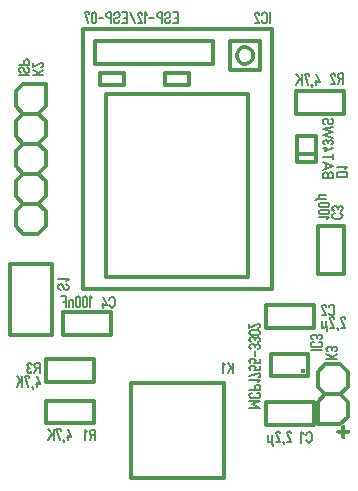
<source format=gbo>
%FSLAX35Y35*%
%MOIN*%
%IN7=Bestueckungsdruckunten(X.PosiBot)*%
%ADD10C,0.00197*%
%ADD11C,0.00205*%
%ADD12C,0.00256*%
%ADD13C,0.00500*%
%ADD14C,0.00512*%
%ADD15C,0.00591*%
%ADD16C,0.00768*%
%ADD17C,0.00787*%
%ADD18C,0.01181*%
%ADD19C,0.01575*%
%ADD20C,0.01969*%
%ADD21C,0.02362*%
%ADD22C,0.03150*%
%ADD23C,0.09843*%
%AMR_24*21,1,0.01181,0.01181,0,0,0.000*%
%ADD24R_24*%
%AMR_25*21,1,0.01969,0.01969,0,0,0.000*%
%ADD25R_25*%
%AMR_26*21,1,0.02756,0.04331,0,0,90.000*%
%ADD26R_26*%
%AMR_27*21,1,0.02953,0.04331,0,0,90.000*%
%ADD27R_27*%
%AMR_28*21,1,0.03150,0.04331,0,0,0.000*%
%ADD28R_28*%
%AMR_29*21,1,0.03150,0.04331,0,0,90.000*%
%ADD29R_29*%
%AMR_30*21,1,0.03150,0.04331,0,0,270.000*%
%ADD30R_30*%
%AMR_31*21,1,0.03543,0.04331,0,0,90.000*%
%ADD31R_31*%
%AMR_32*21,1,0.04724,0.04724,0,0,270.000*%
%ADD32R_32*%
%AMR_33*21,1,0.04724,0.07087,0,0,90.000*%
%ADD33R_33*%
%AMR_34*21,1,0.05000,0.02500,0,0,0.000*%
%ADD34R_34*%
%AMR_35*21,1,0.05512,0.05512,0,0,0.000*%
%ADD35R_35*%
%AMR_36*21,1,0.05512,0.05512,0,0,180.000*%
%ADD36R_36*%
%AMR_37*21,1,0.06250,0.06250,0,0,0.000*%
%ADD37R_37*%
%AMR_38*21,1,0.06693,0.04724,0,0,270.000*%
%ADD38R_38*%
%AMR_39*21,1,0.07500,0.07500,0,0,0.000*%
%ADD39R_39*%
%AMR_40*21,1,0.10236,0.05512,0,0,90.000*%
%ADD40R_40*%
%AMR_41*21,1,0.13189,0.07874,0,0,270.000*%
%ADD41R_41*%
%AMR_42*21,1,0.15625,0.15625,0,0,0.000*%
%ADD42R_42*%
%AMR_43*21,1,0.16250,0.19685,0,0,0.000*%
%ADD43R_43*%
%AMR_44*21,1,0.19685,0.19685,0,0,0.000*%
%ADD44R_44*%
%AMOCT_45*4,1,8,0.019685,0.013780,0.009843,0.023622,-0.009843,0.023622,-0.019685,0.013780,-0.019685,-0.013780,-0.009843,-0.023622,0.009843,-0.023622,0.019685,-0.013780,0.019685,0.013780,0.000*%
%ADD45OCT_45*%
%AMOCT_46*4,1,8,0.023622,0.009843,0.013780,0.019685,-0.013780,0.019685,-0.023622,0.009843,-0.023622,-0.009843,-0.013780,-0.019685,0.013780,-0.019685,0.023622,-0.009843,0.023622,0.009843,0.000*%
%ADD46OCT_46*%
%AMOCT_47*4,1,8,0.023622,0.011811,0.011811,0.023622,-0.011811,0.023622,-0.023622,0.011811,-0.023622,-0.011811,-0.011811,-0.023622,0.011811,-0.023622,0.023622,-0.011811,0.023622,0.011811,0.000*%
%ADD47OCT_47*%
%AMOCT_48*4,1,8,0.035433,0.017717,0.017717,0.035433,-0.017717,0.035433,-0.035433,0.017717,-0.035433,-0.017717,-0.017717,-0.035433,0.017717,-0.035433,0.035433,-0.017717,0.035433,0.017717,90.000*%
%ADD48OCT_48*%
%AMOCT_49*4,1,8,0.035433,0.017717,0.017717,0.035433,-0.017717,0.035433,-0.035433,0.017717,-0.035433,-0.017717,-0.017717,-0.035433,0.017717,-0.035433,0.035433,-0.017717,0.035433,0.017717,270.000*%
%ADD49OCT_49*%
%AMRR_50*21,1,0.01969,0.09843,0,0,180.000*21,1,0.01575,0.10236,0,0,180.000*1,1,0.00394,-0.00787,-0.04921*1,1,0.00394,0.00787,0.04921*1,1,0.00394,-0.00787,0.04921*1,1,0.00394,0.00787,-0.04921*%
%ADD50RR_50*%
%AMRR_51*21,1,0.02756,0.04173,0,0,180.000*21,1,0.02205,0.04724,0,0,180.000*1,1,0.00551,-0.01102,-0.02087*1,1,0.00551,0.01102,0.02087*1,1,0.00551,-0.01102,0.02087*1,1,0.00551,0.01102,-0.02087*%
%ADD51RR_51*%
%AMRR_52*21,1,0.02756,0.03346,0,0,180.000*21,1,0.01378,0.04724,0,0,180.000*1,1,0.01378,-0.00689,-0.01673*1,1,0.01378,0.00689,0.01673*1,1,0.01378,-0.00689,0.01673*1,1,0.01378,0.00689,-0.01673*%
%ADD52RR_52*%
%AMRR_53*21,1,0.07087,0.05669,0,0,90.000*21,1,0.05669,0.07087,0,0,90.000*1,1,0.01417,-0.02835,0.02835*1,1,0.01417,0.02835,-0.02835*1,1,0.01417,0.02835,0.02835*1,1,0.01417,-0.02835,-0.02835*%
%ADD53RR_53*%
%AMRR_54*21,1,0.07087,0.05669,0,0,270.000*21,1,0.05669,0.07087,0,0,270.000*1,1,0.01417,0.02835,-0.02835*1,1,0.01417,-0.02835,0.02835*1,1,0.01417,-0.02835,-0.02835*1,1,0.01417,0.02835,0.02835*%
%ADD54RR_54*%
%AMRR_55*21,1,0.08268,0.08583,0,0,180.000*21,1,0.06614,0.10236,0,0,180.000*1,1,0.01654,-0.03307,-0.04291*1,1,0.01654,0.03307,0.04291*1,1,0.01654,-0.03307,0.04291*1,1,0.01654,0.03307,-0.04291*%
%ADD55RR_55*%
%AMRR_56*21,1,0.08500,0.03400,0,0,0.000*21,1,0.07650,0.04250,0,0,0.000*1,1,0.00850,0.03825,0.01700*1,1,0.00850,-0.03825,-0.01700*1,1,0.00850,0.03825,-0.01700*1,1,0.00850,-0.03825,0.01700*%
%ADD56RR_56*%
%AMRR_57*21,1,0.10000,0.04000,0,0,0.000*21,1,0.09000,0.05000,0,0,0.000*1,1,0.01000,0.04500,0.02000*1,1,0.01000,-0.04500,-0.02000*1,1,0.01000,0.04500,-0.02000*1,1,0.01000,-0.04500,0.02000*%
%ADD57RR_57*%
%AMRR_58*21,1,0.10236,0.02756,0,0,90.000*21,1,0.07480,0.05512,0,0,90.000*1,1,0.02756,-0.01378,0.03740*1,1,0.02756,0.01378,-0.03740*1,1,0.02756,0.01378,0.03740*1,1,0.02756,-0.01378,-0.03740*%
%ADD58RR_58*%
G54D10*
X115730Y15831D02*
X112187Y15831D01*
X111895Y15710D01*
X111774Y15418D01*
X111895Y15126D01*
X112187Y15004D01*
X115730Y15004D01*
X116023Y15126D01*
X116144Y15418D01*
X116023Y15710D01*
X115730Y15831D01*
X111880Y15162D02*
X116038Y15162D01*
X111814Y15319D02*
X116103Y15319D01*
X111798Y15477D02*
X116119Y15477D01*
X111863Y15634D02*
X116054Y15634D01*
X112092Y15792D02*
X115825Y15792D01*
X114333Y13607D02*
X114333Y17229D01*
X114212Y17521D01*
X113919Y17642D01*
X113627Y17521D01*
X113506Y17229D01*
X113506Y13607D01*
X113627Y13314D01*
X113919Y13193D01*
X114212Y13314D01*
X114333Y13607D01*
X113612Y13351D02*
X114227Y13351D01*
X113547Y13508D02*
X114292Y13508D01*
X113506Y13666D02*
X114333Y13666D01*
X113506Y13823D02*
X114333Y13823D01*
X113506Y13981D02*
X114333Y13981D01*
X113506Y14138D02*
X114333Y14138D01*
X113506Y14296D02*
X114333Y14296D01*
X113506Y14453D02*
X114333Y14453D01*
X113506Y14611D02*
X114333Y14611D01*
X113506Y14768D02*
X114333Y14768D01*
X113506Y14926D02*
X114333Y14926D01*
X113506Y15083D02*
X114333Y15083D01*
X113506Y15241D02*
X114333Y15241D01*
X113506Y15398D02*
X114333Y15398D01*
X113506Y15556D02*
X114333Y15556D01*
X113506Y15713D02*
X114333Y15713D01*
X113506Y15871D02*
X114333Y15871D01*
X113506Y16028D02*
X114333Y16028D01*
X113506Y16186D02*
X114333Y16186D01*
X113506Y16343D02*
X114333Y16343D01*
X113506Y16500D02*
X114333Y16500D01*
X113506Y16658D02*
X114333Y16658D01*
X113506Y16815D02*
X114333Y16815D01*
X113506Y16973D02*
X114333Y16973D01*
X113506Y17130D02*
X114333Y17130D01*
X113530Y17288D02*
X114308Y17288D01*
X113596Y17445D02*
X114243Y17445D01*
X113824Y17603D02*
X114014Y17603D01*
G54D14*
X89557Y151505D02*
X89557Y155049D01*
X88671Y154183D02*
X88552Y154625D01*
X88228Y154950D01*
X87785Y155068D01*
X87342Y154950D01*
X87018Y154625D01*
X86899Y154183D01*
X88651Y154183D02*
X88651Y152372D01*
X86899Y152372D02*
X87018Y151929D01*
X87342Y151604D01*
X87785Y151486D01*
X88228Y151604D01*
X88552Y151929D01*
X88671Y152372D01*
X85974Y154340D02*
X85879Y154694D01*
X85620Y154954D01*
X85265Y155049D01*
X84911Y154954D01*
X84652Y154694D01*
X84557Y154340D01*
X85974Y151505D01*
X84557Y151505D01*
X57317Y155049D02*
X59089Y155049D01*
X59089Y153277D01*
X57869Y153277D01*
X59089Y153277D02*
X59089Y151505D01*
X57317Y151505D01*
X55546Y153277D02*
X55957Y153376D01*
X56278Y153650D01*
X56440Y154041D01*
X56407Y154462D01*
X56186Y154823D01*
X55826Y155044D01*
X55404Y155077D01*
X55014Y154915D01*
X54739Y154594D01*
X54640Y154183D01*
X55546Y153277D02*
X55100Y153168D01*
X54769Y152851D01*
X54641Y152411D01*
X54750Y151966D01*
X55066Y151634D01*
X55507Y151506D01*
X55952Y151615D01*
X56283Y151931D01*
X56412Y152372D01*
X53735Y151505D02*
X53735Y153277D01*
X52869Y153277D01*
X52869Y155068D02*
X52426Y154950D01*
X52101Y154625D01*
X51983Y154183D01*
X52101Y153740D01*
X52426Y153415D01*
X52869Y153297D01*
X52869Y155049D02*
X53735Y155049D01*
X53735Y153277D01*
X51058Y153277D02*
X49483Y153277D01*
X48577Y154340D02*
X47869Y155049D01*
X47869Y151505D01*
X46963Y154340D02*
X46868Y154694D01*
X46609Y154954D01*
X46254Y155049D01*
X45900Y154954D01*
X45641Y154694D01*
X45546Y154340D01*
X46963Y151505D01*
X45546Y151505D01*
X43065Y155049D02*
X44640Y151505D01*
X40388Y155049D02*
X42160Y155049D01*
X42160Y153277D01*
X40939Y153277D01*
X42160Y153277D02*
X42160Y151505D01*
X40388Y151505D01*
X38617Y153277D02*
X39028Y153376D01*
X39349Y153650D01*
X39511Y154041D01*
X39478Y154462D01*
X39257Y154823D01*
X38896Y155044D01*
X38475Y155077D01*
X38084Y154915D01*
X37810Y154594D01*
X37711Y154183D01*
X38617Y153277D02*
X38171Y153168D01*
X37840Y152851D01*
X37712Y152411D01*
X37820Y151966D01*
X38137Y151634D01*
X38577Y151506D01*
X39023Y151615D01*
X39354Y151931D01*
X39483Y152372D01*
X36806Y151505D02*
X36806Y153277D01*
X35939Y153277D01*
X35939Y155068D02*
X35497Y154950D01*
X35172Y154625D01*
X35054Y154183D01*
X35172Y153740D01*
X35497Y153415D01*
X35939Y153297D01*
X35939Y155049D02*
X36806Y155049D01*
X36806Y153277D01*
X34128Y153277D02*
X32554Y153277D01*
X30231Y154340D02*
X30231Y152214D01*
X31648Y154340D02*
X31553Y154694D01*
X31294Y154954D01*
X30939Y155049D01*
X30585Y154954D01*
X30326Y154694D01*
X30231Y154340D01*
X31648Y152214D02*
X31648Y154340D01*
X30231Y152214D02*
X30326Y151860D01*
X30585Y151600D01*
X30939Y151505D01*
X31294Y151600D01*
X31553Y151860D01*
X31648Y152214D01*
X29325Y154537D02*
X29325Y155049D01*
X27908Y155049D01*
X28971Y151505D01*
X82777Y23151D02*
X86320Y23151D01*
X83840Y24372D01*
X86320Y25631D01*
X82777Y25631D01*
X85454Y26517D02*
X85897Y26636D01*
X86221Y26960D01*
X86340Y27403D01*
X86221Y27846D01*
X85897Y28170D01*
X85454Y28289D01*
X85454Y26537D02*
X83643Y26537D01*
X83643Y28289D02*
X83200Y28170D01*
X82876Y27846D01*
X82757Y27403D01*
X82876Y26960D01*
X83200Y26636D01*
X83643Y26517D01*
X82777Y29214D02*
X84549Y29214D01*
X84549Y30080D01*
X86340Y30080D02*
X86221Y30523D01*
X85897Y30847D01*
X85454Y30966D01*
X85011Y30847D01*
X84687Y30523D01*
X84568Y30080D01*
X86320Y30080D02*
X86320Y29214D01*
X84549Y29214D01*
X85612Y31891D02*
X86320Y32600D01*
X82777Y32600D01*
X85809Y33505D02*
X86320Y33505D01*
X86320Y34923D01*
X82777Y33860D01*
X83486Y37246D02*
X83139Y37155D01*
X82881Y36907D01*
X82777Y36564D01*
X82854Y36214D01*
X83092Y35946D01*
X83486Y37246D02*
X84194Y37246D01*
X84194Y35828D02*
X84549Y35923D01*
X84808Y36183D01*
X84903Y36537D01*
X84808Y36891D01*
X84549Y37151D01*
X84194Y37246D01*
X84194Y35828D02*
X86320Y35828D01*
X86320Y37246D01*
X83486Y39568D02*
X83139Y39478D01*
X82881Y39230D01*
X82777Y38887D01*
X82854Y38537D01*
X83092Y38269D01*
X83486Y39568D02*
X84194Y39568D01*
X84194Y38151D02*
X84549Y38246D01*
X84808Y38505D01*
X84903Y38860D01*
X84808Y39214D01*
X84549Y39473D01*
X84194Y39568D01*
X84194Y38151D02*
X86320Y38151D01*
X86320Y39568D01*
X84549Y40474D02*
X84549Y42049D01*
X83486Y44372D02*
X83131Y44277D01*
X82872Y44017D01*
X82777Y43663D01*
X82872Y43309D01*
X83131Y43049D01*
X83486Y42954D01*
X83998Y44372D02*
X83486Y44372D01*
X84706Y43663D02*
X84611Y44017D01*
X84352Y44277D01*
X83998Y44372D01*
X84706Y43466D02*
X84706Y43663D01*
X84706Y43466D01*
X85454Y44372D02*
X85087Y44284D01*
X84814Y44024D01*
X84706Y43663D01*
X85612Y44372D02*
X85454Y44372D01*
X85612Y42954D02*
X85966Y43049D01*
X86225Y43309D01*
X86320Y43663D01*
X86225Y44017D01*
X85966Y44277D01*
X85612Y44372D01*
X83486Y46694D02*
X83131Y46599D01*
X82872Y46340D01*
X82777Y45986D01*
X82872Y45631D01*
X83131Y45372D01*
X83486Y45277D01*
X83998Y46694D02*
X83486Y46694D01*
X84706Y45986D02*
X84611Y46340D01*
X84352Y46599D01*
X83998Y46694D01*
X84706Y45789D02*
X84706Y45986D01*
X84706Y45789D01*
X85454Y46694D02*
X85087Y46607D01*
X84814Y46347D01*
X84706Y45986D01*
X85612Y46694D02*
X85454Y46694D01*
X85612Y45277D02*
X85966Y45372D01*
X86225Y45631D01*
X86320Y45986D01*
X86225Y46340D01*
X85966Y46599D01*
X85612Y46694D01*
X85612Y49017D02*
X83486Y49017D01*
X85612Y47600D02*
X85966Y47695D01*
X86225Y47954D01*
X86320Y48309D01*
X86225Y48663D01*
X85966Y48922D01*
X85612Y49017D01*
X83486Y47600D02*
X85612Y47600D01*
X83486Y49017D02*
X83131Y48922D01*
X82872Y48663D01*
X82777Y48309D01*
X82872Y47954D01*
X83131Y47695D01*
X83486Y47600D01*
X85612Y49923D02*
X85966Y50018D01*
X86225Y50277D01*
X86320Y50631D01*
X86225Y50986D01*
X85966Y51245D01*
X85612Y51340D01*
X82777Y49923D01*
X82777Y51340D01*
X103402Y42526D02*
X106945Y42526D01*
X106079Y43412D02*
X106522Y43531D01*
X106846Y43855D01*
X106965Y44298D01*
X106846Y44741D01*
X106522Y45065D01*
X106079Y45184D01*
X106079Y43432D02*
X104268Y43432D01*
X104268Y45184D02*
X103825Y45065D01*
X103501Y44741D01*
X103382Y44298D01*
X103501Y43855D01*
X103825Y43531D01*
X104268Y43412D01*
X104111Y47526D02*
X103756Y47431D01*
X103497Y47172D01*
X103402Y46817D01*
X103497Y46463D01*
X103756Y46204D01*
X104111Y46109D01*
X104623Y47526D02*
X104111Y47526D01*
X105331Y46817D02*
X105236Y47172D01*
X104977Y47431D01*
X104623Y47526D01*
X105331Y46621D02*
X105331Y46817D01*
X105331Y46621D01*
X106079Y47526D02*
X105712Y47438D01*
X105439Y47179D01*
X105331Y46817D01*
X106237Y47526D02*
X106079Y47526D01*
X106237Y46109D02*
X106591Y46204D01*
X106850Y46463D01*
X106945Y46817D01*
X106850Y47172D01*
X106591Y47431D01*
X106237Y47526D01*
X77391Y34763D02*
X77391Y38307D01*
X77391Y35984D02*
X75620Y38307D01*
X76683Y36889D02*
X75620Y34763D01*
X74714Y37598D02*
X74005Y38307D01*
X74005Y34763D01*
X103557Y14272D02*
X103439Y14715D01*
X103114Y15039D01*
X102671Y15158D01*
X102228Y15039D01*
X101904Y14715D01*
X101786Y14272D01*
X103538Y14272D02*
X103538Y12461D01*
X101786Y12461D02*
X101904Y12018D01*
X102228Y11694D01*
X102671Y11575D01*
X103114Y11694D01*
X103439Y12018D01*
X103557Y12461D01*
X100860Y14429D02*
X100152Y15138D01*
X100152Y11595D01*
X96615Y14691D02*
X96520Y15045D01*
X96260Y15304D01*
X95906Y15399D01*
X95552Y15304D01*
X95292Y15045D01*
X95197Y14691D01*
X96615Y11856D01*
X95197Y11856D01*
X94292Y11856D02*
X93938Y11856D01*
X94253Y11147D01*
X93032Y14691D02*
X92937Y15045D01*
X92678Y15304D01*
X92323Y15399D01*
X91969Y15304D01*
X91710Y15045D01*
X91615Y14691D01*
X93032Y11856D01*
X91615Y11856D01*
X90355Y14179D02*
X90355Y12565D01*
X88918Y12565D02*
X89015Y12201D01*
X89282Y11934D01*
X89646Y11836D01*
X90010Y11934D01*
X90277Y12201D01*
X90375Y12565D01*
X88898Y14179D02*
X88898Y11856D01*
X90355Y12565D02*
X90433Y11601D01*
X90709Y10675D01*
X111057Y56772D02*
X110939Y57215D01*
X110614Y57539D01*
X110171Y57658D01*
X109728Y57539D01*
X109404Y57215D01*
X109286Y56772D01*
X111038Y56772D02*
X111038Y54961D01*
X109286Y54961D02*
X109404Y54518D01*
X109728Y54194D01*
X110171Y54075D01*
X110614Y54194D01*
X110939Y54518D01*
X111057Y54961D01*
X108360Y56929D02*
X108265Y57284D01*
X108006Y57543D01*
X107652Y57638D01*
X107297Y57543D01*
X107038Y57284D01*
X106943Y56929D01*
X108360Y54095D01*
X106943Y54095D01*
X114740Y52816D02*
X114645Y53170D01*
X114385Y53429D01*
X114031Y53524D01*
X113677Y53429D01*
X113417Y53170D01*
X113322Y52816D01*
X114740Y49981D01*
X113322Y49981D01*
X112417Y49981D02*
X112063Y49981D01*
X112378Y49272D01*
X111157Y52816D02*
X111062Y53170D01*
X110803Y53429D01*
X110448Y53524D01*
X110094Y53429D01*
X109835Y53170D01*
X109740Y52816D01*
X111157Y49981D01*
X109740Y49981D01*
X108480Y52304D02*
X108480Y50690D01*
X107043Y50690D02*
X107140Y50326D01*
X107407Y50059D01*
X107771Y49961D01*
X108135Y50059D01*
X108402Y50326D01*
X108500Y50690D01*
X107023Y52304D02*
X107023Y49981D01*
X108480Y50690D02*
X108558Y49726D01*
X108834Y48800D01*
X37932Y59272D02*
X37814Y59715D01*
X37489Y60039D01*
X37046Y60158D01*
X36603Y60039D01*
X36279Y59715D01*
X36161Y59272D01*
X37913Y59272D02*
X37913Y57461D01*
X36161Y57461D02*
X36279Y57018D01*
X36603Y56694D01*
X37046Y56575D01*
X37489Y56694D01*
X37814Y57018D01*
X37932Y57461D01*
X34172Y60138D02*
X35235Y57461D01*
X33818Y57461D01*
X34172Y58169D02*
X34172Y56595D01*
X30365Y59691D02*
X29656Y60399D01*
X29656Y56856D01*
X27333Y59691D02*
X27333Y57565D01*
X28751Y59691D02*
X28656Y60045D01*
X28396Y60304D01*
X28042Y60399D01*
X27688Y60304D01*
X27428Y60045D01*
X27333Y59691D01*
X28751Y57565D02*
X28751Y59691D01*
X27333Y57565D02*
X27428Y57210D01*
X27688Y56951D01*
X28042Y56856D01*
X28396Y56951D01*
X28656Y57210D01*
X28751Y57565D01*
X25010Y59691D02*
X25010Y57565D01*
X26428Y59691D02*
X26333Y60045D01*
X26073Y60304D01*
X25719Y60399D01*
X25365Y60304D01*
X25105Y60045D01*
X25010Y59691D01*
X26428Y57565D02*
X26428Y59691D01*
X25010Y57565D02*
X25105Y57210D01*
X25365Y56951D01*
X25719Y56856D01*
X26073Y56951D01*
X26333Y57210D01*
X26428Y57565D01*
X24105Y56856D02*
X24105Y59179D01*
X24105Y58431D02*
X24010Y58785D01*
X23751Y59045D01*
X23396Y59140D01*
X23042Y59045D01*
X22782Y58785D01*
X22688Y58431D01*
X22688Y56856D01*
X20010Y60399D02*
X21782Y60399D01*
X21782Y58628D01*
X20562Y58628D01*
X21782Y58628D02*
X21782Y56856D01*
X31294Y12405D02*
X31294Y15949D01*
X30428Y15949D01*
X30428Y15968D02*
X29985Y15850D01*
X29661Y15525D01*
X29542Y15083D01*
X29661Y14640D01*
X29985Y14315D01*
X30428Y14197D01*
X30428Y14177D02*
X31294Y14177D01*
X30428Y14177D02*
X29522Y12405D01*
X28617Y15240D02*
X27908Y15949D01*
X27908Y12405D01*
X11987Y33812D02*
X13050Y31135D01*
X11632Y31135D01*
X11987Y31844D02*
X11987Y30269D01*
X10727Y30269D02*
X10372Y30269D01*
X10687Y29560D01*
X9467Y33300D02*
X9467Y33812D01*
X8050Y33812D01*
X9113Y30269D01*
X7144Y30269D02*
X7144Y33812D01*
X7144Y31489D02*
X5372Y33812D01*
X6435Y32395D02*
X5372Y30269D01*
X113961Y131155D02*
X113961Y134699D01*
X113095Y134699D01*
X113095Y134718D02*
X112652Y134600D01*
X112328Y134275D01*
X112209Y133833D01*
X112328Y133390D01*
X112652Y133065D01*
X113095Y132947D01*
X113095Y132927D02*
X113961Y132927D01*
X113095Y132927D02*
X112190Y131155D01*
X111284Y133990D02*
X111189Y134344D01*
X110930Y134604D01*
X110576Y134699D01*
X110221Y134604D01*
X109962Y134344D01*
X109867Y133990D01*
X111284Y131155D01*
X109867Y131155D01*
X105112Y134437D02*
X106175Y131760D01*
X104757Y131760D01*
X105112Y132469D02*
X105112Y130894D01*
X103852Y130894D02*
X103497Y130894D01*
X103812Y130185D01*
X102592Y133925D02*
X102592Y134437D01*
X101175Y134437D01*
X102238Y130894D01*
X100269Y130894D02*
X100269Y134437D01*
X100269Y132114D02*
X98497Y134437D01*
X99560Y133020D02*
X98497Y130894D01*
X12913Y34720D02*
X12913Y38263D01*
X12046Y38263D01*
X12046Y38283D02*
X11603Y38164D01*
X11279Y37840D01*
X11161Y37397D01*
X11279Y36954D01*
X11603Y36630D01*
X12046Y36511D01*
X12046Y36491D02*
X12913Y36491D01*
X12046Y36491D02*
X11141Y34720D01*
X8818Y35428D02*
X8913Y35074D01*
X9172Y34815D01*
X9527Y34720D01*
X9881Y34815D01*
X10140Y35074D01*
X10235Y35428D01*
X8818Y35940D02*
X8818Y35428D01*
X9527Y36649D02*
X9172Y36554D01*
X8913Y36294D01*
X8818Y35940D01*
X9724Y36649D02*
X9527Y36649D01*
X9724Y36649D01*
X8818Y37397D02*
X8906Y37030D01*
X9165Y36756D01*
X9527Y36649D01*
X8818Y37554D02*
X8818Y37397D01*
X10235Y37554D02*
X10140Y37909D01*
X9881Y38168D01*
X9527Y38263D01*
X9172Y38168D01*
X8913Y37909D01*
X8818Y37554D01*
X22427Y16024D02*
X23490Y13347D01*
X22072Y13347D01*
X22427Y14056D02*
X22427Y12481D01*
X21167Y12481D02*
X20813Y12481D01*
X21128Y11772D01*
X19907Y15513D02*
X19907Y16024D01*
X18490Y16024D01*
X19553Y12481D01*
X17584Y12481D02*
X17584Y16024D01*
X17584Y13702D02*
X15813Y16024D01*
X16876Y14607D02*
X15813Y12481D01*
X10550Y134049D02*
X14093Y134049D01*
X11770Y134049D02*
X14093Y135820D01*
X12676Y134757D02*
X10550Y135820D01*
X13384Y136726D02*
X13739Y136821D01*
X13998Y137080D01*
X14093Y137435D01*
X13998Y137789D01*
X13739Y138048D01*
X13384Y138143D01*
X10550Y136726D01*
X10550Y138143D01*
X5875Y134049D02*
X9419Y134049D01*
X7647Y135820D02*
X7746Y135409D01*
X8020Y135088D01*
X8411Y134926D01*
X8832Y134959D01*
X9193Y135180D01*
X9414Y135541D01*
X9447Y135962D01*
X9285Y136353D01*
X8964Y136627D01*
X8553Y136726D01*
X7647Y135820D02*
X7538Y136266D01*
X7221Y136597D01*
X6781Y136725D01*
X6336Y136617D01*
X6004Y136300D01*
X5876Y135860D01*
X5985Y135414D01*
X6302Y135083D01*
X6742Y134954D01*
X5875Y137631D02*
X7647Y137631D01*
X7647Y138498D01*
X9438Y138498D02*
X9320Y138940D01*
X8996Y139265D01*
X8553Y139383D01*
X8110Y139265D01*
X7786Y138940D01*
X7667Y138498D01*
X9419Y138498D02*
X9419Y137631D01*
X7647Y137631D01*
X108450Y39388D02*
X111994Y39388D01*
X109671Y39388D02*
X111994Y41159D01*
X110576Y40096D02*
X108450Y41159D01*
X109159Y43482D02*
X108805Y43387D01*
X108545Y43128D01*
X108450Y42774D01*
X108545Y42419D01*
X108805Y42160D01*
X109159Y42065D01*
X109671Y43482D02*
X109159Y43482D01*
X110379Y42774D02*
X110284Y43128D01*
X110025Y43387D01*
X109671Y43482D01*
X110379Y42577D02*
X110379Y42774D01*
X110379Y42577D01*
X111127Y43482D02*
X110761Y43395D01*
X110487Y43135D01*
X110379Y42774D01*
X111285Y43482D02*
X111127Y43482D01*
X111285Y42065D02*
X111639Y42160D01*
X111899Y42419D01*
X111994Y42774D01*
X111899Y43128D01*
X111639Y43387D01*
X111285Y43482D01*
X112773Y101897D02*
X112332Y101768D01*
X112015Y101437D01*
X111906Y100991D01*
X111906Y100125D01*
X115450Y100125D01*
X115450Y100991D01*
X115341Y101437D01*
X115024Y101768D01*
X114584Y101897D01*
X112773Y101897D01*
X114741Y102802D02*
X115450Y103511D01*
X111906Y103511D01*
X108991Y100819D02*
X108991Y99953D01*
X110782Y100819D02*
X110663Y101262D01*
X110339Y101586D01*
X109896Y101705D01*
X109453Y101586D01*
X109129Y101262D01*
X109010Y100819D01*
X110762Y99953D02*
X110762Y100819D01*
X107219Y99953D02*
X110762Y99953D01*
X107219Y100819D02*
X107219Y99953D01*
X108971Y100819D02*
X108852Y101262D01*
X108528Y101586D01*
X108085Y101705D01*
X107642Y101586D01*
X107318Y101262D01*
X107199Y100819D01*
X107219Y102630D02*
X110762Y103850D01*
X107219Y105110D01*
X108282Y102984D02*
X108282Y104756D01*
X110762Y106016D02*
X110762Y107787D01*
X110762Y106882D02*
X107219Y106882D01*
X110762Y109756D02*
X108085Y108693D01*
X108085Y110110D01*
X108794Y109756D02*
X107219Y109756D01*
X107928Y112433D02*
X107573Y112338D01*
X107314Y112079D01*
X107219Y111724D01*
X107314Y111370D01*
X107573Y111111D01*
X107928Y111016D01*
X108439Y112433D02*
X107928Y112433D01*
X109148Y111724D02*
X109053Y112079D01*
X108794Y112338D01*
X108439Y112433D01*
X109148Y111528D02*
X109148Y111724D01*
X109148Y111528D01*
X109896Y112433D02*
X109529Y112345D01*
X109255Y112086D01*
X109148Y111724D01*
X110054Y112433D02*
X109896Y112433D01*
X110054Y111016D02*
X110408Y111111D01*
X110667Y111370D01*
X110762Y111724D01*
X110667Y112079D01*
X110408Y112338D01*
X110054Y112433D01*
X110762Y113339D02*
X107219Y114205D01*
X110762Y115110D01*
X107219Y116016D01*
X110762Y116882D01*
X108991Y118654D02*
X109089Y118242D01*
X109364Y117921D01*
X109755Y117759D01*
X110176Y117792D01*
X110536Y118013D01*
X110757Y118374D01*
X110791Y118795D01*
X110629Y119186D01*
X110307Y119460D01*
X109896Y119559D01*
X108991Y118654D02*
X108882Y119099D01*
X108565Y119430D01*
X108125Y119559D01*
X107679Y119450D01*
X107348Y119133D01*
X107219Y118693D01*
X107328Y118247D01*
X107645Y117916D01*
X108085Y117787D01*
X20772Y63533D02*
X20871Y63122D01*
X21145Y62800D01*
X21536Y62639D01*
X21957Y62672D01*
X22318Y62893D01*
X22539Y63253D01*
X22572Y63675D01*
X22410Y64065D01*
X22089Y64340D01*
X21678Y64438D01*
X20772Y63533D02*
X20663Y63978D01*
X20346Y64310D01*
X19906Y64438D01*
X19461Y64329D01*
X19129Y64012D01*
X19001Y63572D01*
X19110Y63127D01*
X19427Y62795D01*
X19867Y62667D01*
X21835Y65344D02*
X22544Y66053D01*
X19000Y66053D01*
X113026Y86287D02*
X113469Y86406D01*
X113793Y86730D01*
X113912Y87173D01*
X113793Y87616D01*
X113469Y87940D01*
X113026Y88059D01*
X113026Y86307D02*
X111215Y86307D01*
X111215Y88059D02*
X110772Y87940D01*
X110448Y87616D01*
X110329Y87173D01*
X110448Y86730D01*
X110772Y86406D01*
X111215Y86287D01*
X111058Y90401D02*
X110703Y90306D01*
X110444Y90047D01*
X110349Y89692D01*
X110444Y89338D01*
X110703Y89079D01*
X111058Y88984D01*
X111569Y90401D02*
X111058Y90401D01*
X112278Y89692D02*
X112183Y90047D01*
X111924Y90306D01*
X111569Y90401D01*
X112278Y89496D02*
X112278Y89692D01*
X112278Y89496D01*
X113026Y90401D02*
X112659Y90313D01*
X112385Y90054D01*
X112278Y89692D01*
X113184Y90401D02*
X113026Y90401D01*
X113184Y88984D02*
X113538Y89079D01*
X113797Y89338D01*
X113892Y89692D01*
X113797Y90047D01*
X113538Y90306D01*
X113184Y90401D01*
X108772Y86250D02*
X109480Y86958D01*
X105937Y86958D01*
X108772Y89281D02*
X106646Y89281D01*
X108772Y87864D02*
X109126Y87959D01*
X109385Y88218D01*
X109480Y88572D01*
X109385Y88927D01*
X109126Y89186D01*
X108772Y89281D01*
X106646Y87864D02*
X108772Y87864D01*
X106646Y89281D02*
X106291Y89186D01*
X106032Y88927D01*
X105937Y88572D01*
X106032Y88218D01*
X106291Y87959D01*
X106646Y87864D01*
X108772Y91604D02*
X106646Y91604D01*
X108772Y90187D02*
X109126Y90281D01*
X109385Y90541D01*
X109480Y90895D01*
X109385Y91250D01*
X109126Y91509D01*
X108772Y91604D01*
X106646Y90187D02*
X108772Y90187D01*
X106646Y91604D02*
X106291Y91509D01*
X106032Y91250D01*
X105937Y90895D01*
X106032Y90541D01*
X106291Y90281D01*
X106646Y90187D01*
X108260Y92864D02*
X106646Y92864D01*
X106646Y94301D02*
X106281Y94203D01*
X106015Y93937D01*
X105917Y93572D01*
X106015Y93208D01*
X106281Y92942D01*
X106646Y92844D01*
X108260Y94320D02*
X105937Y94320D01*
X106646Y92864D02*
X105682Y92785D01*
X104756Y92509D01*
G54D18*
X27253Y149557D02*
X90246Y149557D01*
X90246Y62942D01*
X27253Y62942D01*
X27253Y149557D01*
X35127Y127903D02*
X82372Y127903D01*
X82372Y66879D02*
X82372Y127903D01*
X82372Y66879D02*
X35127Y66879D01*
X35127Y127903D01*
X70561Y145620D02*
X31190Y145620D01*
X70561Y137746D02*
X70561Y145620D01*
X70561Y137746D02*
X31190Y137746D01*
X31190Y145620D01*
X76466Y145620D02*
X86309Y145620D01*
X86309Y135777D01*
X76466Y135777D02*
X86309Y135777D01*
X76466Y135777D02*
X76466Y145620D01*
X84171Y140698D02*
X84048Y141519D01*
X83687Y142267D01*
X83123Y142875D01*
X82404Y143290D01*
X81595Y143474D01*
X80768Y143412D01*
X79995Y143109D01*
X79347Y142592D01*
X78879Y141906D01*
X78635Y141113D01*
X78635Y140283D01*
X78879Y139490D01*
X79347Y138805D01*
X79995Y138287D01*
X80768Y137984D01*
X81595Y137922D01*
X82404Y138107D01*
X83123Y138522D01*
X83687Y139130D01*
X84048Y139878D01*
X84171Y140698D01*
X41033Y134793D02*
X33159Y134793D01*
X41033Y130856D02*
X41033Y134793D01*
X41033Y130856D02*
X33159Y130856D01*
X33159Y134793D01*
X62687Y134793D02*
X54812Y134793D01*
X62687Y134793D02*
X62687Y130856D01*
X54812Y130856D01*
X54812Y134793D02*
X54812Y130856D01*
X102352Y41043D02*
X90147Y41043D01*
X90147Y33956D01*
X102352Y33956D01*
X102352Y41043D01*
X74301Y0D02*
X74301Y31417D01*
X74301Y0D02*
X43198Y0D01*
X43198Y31417D01*
X74301Y31417D02*
X43198Y31417D01*
X104250Y25050D02*
X88250Y25050D01*
X88250Y17450D01*
X104250Y17450D01*
X104250Y25050D02*
X104250Y17450D01*
X104250Y57550D02*
X88250Y57550D01*
X88250Y49950D01*
X104250Y49950D01*
X104250Y57550D02*
X104250Y49950D01*
X36750Y55050D02*
X20750Y55050D01*
X20750Y47450D01*
X36750Y47450D01*
X36750Y55050D02*
X36750Y47450D01*
X15125Y31825D02*
X31125Y31825D01*
X31125Y39425D01*
X15125Y39425D01*
X15125Y31825D02*
X15125Y39425D01*
X98250Y121200D02*
X114250Y121200D01*
X114250Y128800D01*
X98250Y128800D01*
X98250Y121200D02*
X98250Y128800D01*
X31125Y25675D02*
X15125Y25675D01*
X15125Y18075D01*
X31125Y18075D01*
X31125Y25675D02*
X31125Y18075D01*
X5000Y128750D02*
X5000Y123750D01*
X7500Y121250D01*
X12500Y121250D02*
X15000Y123750D01*
X7500Y131250D02*
X15000Y131250D01*
X5000Y128750D02*
X7500Y131250D01*
X15000Y123750D02*
X15000Y131250D01*
X5000Y98750D02*
X5000Y93750D01*
X7500Y91250D01*
X12500Y91250D01*
X15000Y93750D01*
X7500Y111250D02*
X5000Y108750D01*
X5000Y103750D01*
X7500Y101250D01*
X12500Y101250D01*
X15000Y103750D01*
X15000Y108750D01*
X12500Y111250D01*
X5000Y98750D02*
X7500Y101250D01*
X12500Y101250D02*
X15000Y98750D01*
X15000Y93750D02*
X15000Y98750D01*
X7500Y121250D02*
X12500Y121250D01*
X7500Y121250D02*
X5000Y118750D01*
X5000Y113750D01*
X7500Y111250D01*
X12500Y111250D01*
X15000Y113750D01*
X15000Y118750D01*
X12500Y121250D01*
X5000Y88750D02*
X5000Y83750D01*
X7500Y81250D01*
X12500Y81250D01*
X15000Y83750D01*
X5000Y88750D02*
X7500Y91250D01*
X12500Y91250D02*
X15000Y88750D01*
X15000Y83750D02*
X15000Y88750D01*
X115625Y20312D02*
X115625Y25312D01*
X113125Y27812D01*
X108125Y27812D01*
X105625Y25312D01*
X113125Y17812D02*
X105625Y17812D01*
X115625Y20312D02*
X113125Y17812D01*
X105625Y25312D02*
X105625Y17812D01*
X113125Y27812D02*
X115625Y30312D01*
X115625Y35312D01*
X113125Y37812D01*
X108125Y37812D01*
X105625Y35312D01*
X105625Y30312D01*
X108125Y27812D01*
X98725Y107812D02*
X105024Y107812D01*
X105024Y113732D02*
X98725Y113732D01*
X105024Y113732D02*
X105024Y105017D01*
X98725Y105017D01*
X98725Y113732D02*
X98725Y105017D01*
X3110Y71186D02*
X16889Y71186D01*
X16889Y47563D01*
X3110Y47563D01*
X3110Y71186D01*
X114429Y67965D02*
X114429Y83909D01*
X105570Y83909D01*
X105570Y67965D01*
X114429Y67965D01*
G54D19*
X100625Y35625D03*
M02*

</source>
